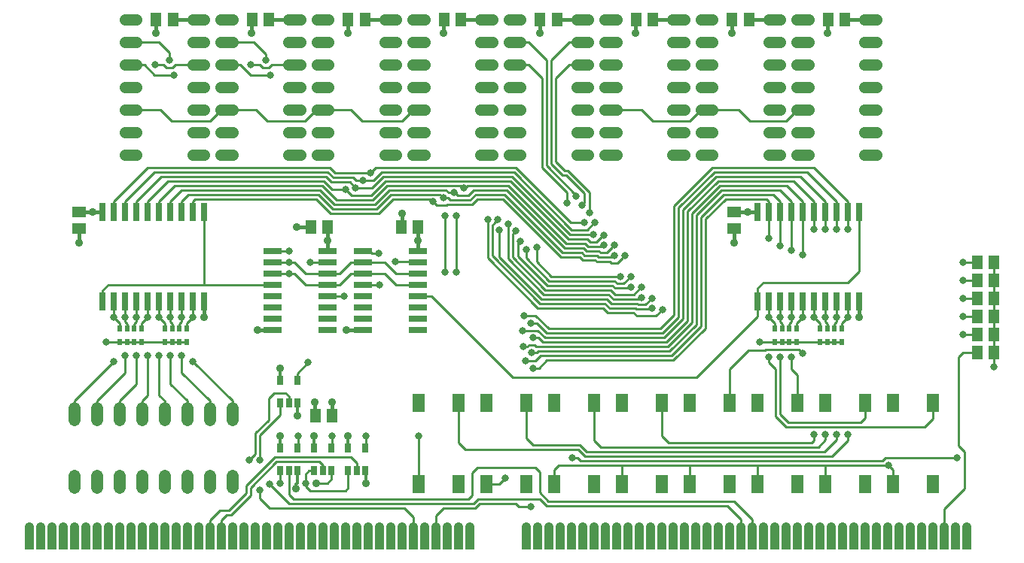
<source format=gbr>
G04 EAGLE Gerber RS-274X export*
G75*
%MOMM*%
%FSLAX34Y34*%
%LPD*%
%INTop Copper*%
%IPPOS*%
%AMOC8*
5,1,8,0,0,1.08239X$1,22.5*%
G01*
%ADD10R,0.690000X0.990000*%
%ADD11R,0.660400X2.032000*%
%ADD12R,2.032000X0.660400*%
%ADD13R,1.300000X1.500000*%
%ADD14R,0.500000X0.800000*%
%ADD15C,1.041400*%
%ADD16R,1.041400X2.032000*%
%ADD17C,1.320800*%
%ADD18R,1.397000X2.108200*%
%ADD19C,1.308000*%
%ADD20R,1.500000X1.300000*%
%ADD21C,0.381000*%
%ADD22C,0.906400*%
%ADD23C,0.304800*%
%ADD24C,0.254000*%
%ADD25C,0.806400*%


D10*
X346100Y164900D03*
X355600Y164900D03*
X365100Y164900D03*
X365100Y190800D03*
X346100Y190800D03*
D11*
X882650Y279908D03*
X895350Y279908D03*
X908050Y279908D03*
X920750Y279908D03*
X933450Y279908D03*
X946150Y279908D03*
X958850Y279908D03*
X971550Y279908D03*
X971550Y380492D03*
X958850Y380492D03*
X946150Y380492D03*
X933450Y380492D03*
X920750Y380492D03*
X908050Y380492D03*
X895350Y380492D03*
X882650Y380492D03*
X984250Y279908D03*
X996950Y279908D03*
X984250Y380492D03*
X996950Y380492D03*
D10*
X384200Y88700D03*
X393700Y88700D03*
X403200Y88700D03*
X403200Y114600D03*
X384200Y114600D03*
X346100Y88700D03*
X355600Y88700D03*
X365100Y88700D03*
X365100Y114600D03*
X346100Y114600D03*
X422300Y88700D03*
X431800Y88700D03*
X441300Y88700D03*
X441300Y114600D03*
X422300Y114600D03*
D12*
X337566Y336550D03*
X399034Y336550D03*
X337566Y323850D03*
X337566Y311150D03*
X399034Y323850D03*
X399034Y311150D03*
X337566Y298450D03*
X399034Y298450D03*
X337566Y285750D03*
X399034Y285750D03*
X337566Y273050D03*
X337566Y260350D03*
X399034Y273050D03*
X399034Y260350D03*
X337566Y247650D03*
X399034Y247650D03*
X439166Y336550D03*
X500634Y336550D03*
X439166Y323850D03*
X439166Y311150D03*
X500634Y323850D03*
X500634Y311150D03*
X439166Y298450D03*
X500634Y298450D03*
X439166Y285750D03*
X500634Y285750D03*
X439166Y273050D03*
X439166Y260350D03*
X500634Y273050D03*
X500634Y260350D03*
X439166Y247650D03*
X500634Y247650D03*
D11*
X146050Y279908D03*
X158750Y279908D03*
X171450Y279908D03*
X184150Y279908D03*
X196850Y279908D03*
X209550Y279908D03*
X222250Y279908D03*
X234950Y279908D03*
X234950Y380492D03*
X222250Y380492D03*
X209550Y380492D03*
X196850Y380492D03*
X184150Y380492D03*
X171450Y380492D03*
X158750Y380492D03*
X146050Y380492D03*
X247650Y279908D03*
X260350Y279908D03*
X247650Y380492D03*
X260350Y380492D03*
D13*
X1148690Y323850D03*
X1129690Y323850D03*
D14*
X165800Y233800D03*
X173800Y233800D03*
X181800Y233800D03*
X189800Y233800D03*
X189800Y248800D03*
X181800Y248800D03*
X173800Y248800D03*
X165800Y248800D03*
X216600Y233800D03*
X224600Y233800D03*
X232600Y233800D03*
X240600Y233800D03*
X240600Y248800D03*
X232600Y248800D03*
X224600Y248800D03*
X216600Y248800D03*
X902400Y233800D03*
X910400Y233800D03*
X918400Y233800D03*
X926400Y233800D03*
X926400Y248800D03*
X918400Y248800D03*
X910400Y248800D03*
X902400Y248800D03*
X953200Y233800D03*
X961200Y233800D03*
X969200Y233800D03*
X977200Y233800D03*
X977200Y248800D03*
X969200Y248800D03*
X961200Y248800D03*
X953200Y248800D03*
D15*
X63500Y25400D02*
X63500Y14986D01*
D16*
X63500Y10160D03*
D15*
X76200Y14986D02*
X76200Y25400D01*
D16*
X76200Y10160D03*
D15*
X88900Y14986D02*
X88900Y25400D01*
D16*
X88900Y10160D03*
D15*
X101600Y14986D02*
X101600Y25400D01*
D16*
X101600Y10160D03*
D15*
X114300Y14986D02*
X114300Y25400D01*
D16*
X114300Y10160D03*
D15*
X127000Y14986D02*
X127000Y25400D01*
D16*
X127000Y10160D03*
D15*
X139700Y14986D02*
X139700Y25400D01*
D16*
X139700Y10160D03*
D15*
X152400Y14986D02*
X152400Y25400D01*
D16*
X152400Y10160D03*
D15*
X165100Y14986D02*
X165100Y25400D01*
D16*
X165100Y10160D03*
D15*
X177800Y14986D02*
X177800Y25400D01*
D16*
X177800Y10160D03*
D15*
X190500Y14986D02*
X190500Y25400D01*
D16*
X190500Y10160D03*
D15*
X203200Y14986D02*
X203200Y25400D01*
D16*
X203200Y10160D03*
D15*
X215900Y14986D02*
X215900Y25400D01*
D16*
X215900Y10160D03*
D15*
X228600Y14986D02*
X228600Y25400D01*
D16*
X228600Y10160D03*
D15*
X241300Y14986D02*
X241300Y25400D01*
D16*
X241300Y10160D03*
D15*
X254000Y14986D02*
X254000Y25400D01*
D16*
X254000Y10160D03*
D15*
X266700Y14986D02*
X266700Y25400D01*
D16*
X266700Y10160D03*
D15*
X279400Y14986D02*
X279400Y25400D01*
D16*
X279400Y10160D03*
D15*
X292100Y14986D02*
X292100Y25400D01*
D16*
X292100Y10160D03*
D15*
X304800Y14986D02*
X304800Y25400D01*
D16*
X304800Y10160D03*
D15*
X317500Y14986D02*
X317500Y25400D01*
D16*
X317500Y10160D03*
D15*
X330200Y14986D02*
X330200Y25400D01*
D16*
X330200Y10160D03*
D15*
X342900Y14986D02*
X342900Y25400D01*
D16*
X342900Y10160D03*
D15*
X355600Y14986D02*
X355600Y25400D01*
D16*
X355600Y10160D03*
D15*
X368300Y14986D02*
X368300Y25400D01*
D16*
X368300Y10160D03*
D15*
X381000Y14986D02*
X381000Y25400D01*
D16*
X381000Y10160D03*
D15*
X393700Y14986D02*
X393700Y25400D01*
D16*
X393700Y10160D03*
D15*
X406400Y14986D02*
X406400Y25400D01*
D16*
X406400Y10160D03*
D15*
X419100Y14986D02*
X419100Y25400D01*
D16*
X419100Y10160D03*
D15*
X431800Y14986D02*
X431800Y25400D01*
D16*
X431800Y10160D03*
D15*
X444500Y14986D02*
X444500Y25400D01*
D16*
X444500Y10160D03*
D15*
X457200Y14986D02*
X457200Y25400D01*
D16*
X457200Y10160D03*
D15*
X469900Y14986D02*
X469900Y25400D01*
D16*
X469900Y10160D03*
D15*
X482600Y14986D02*
X482600Y25400D01*
D16*
X482600Y10160D03*
D15*
X495300Y14986D02*
X495300Y25400D01*
D16*
X495300Y10160D03*
D15*
X508000Y14986D02*
X508000Y25400D01*
D16*
X508000Y10160D03*
D15*
X520700Y14986D02*
X520700Y25400D01*
D16*
X520700Y10160D03*
D15*
X533400Y14986D02*
X533400Y25400D01*
D16*
X533400Y10160D03*
D15*
X546100Y14986D02*
X546100Y25400D01*
D16*
X546100Y10160D03*
D15*
X558800Y14986D02*
X558800Y25400D01*
D16*
X558800Y10160D03*
D15*
X622300Y14986D02*
X622300Y25400D01*
D16*
X622300Y10160D03*
D15*
X635000Y14986D02*
X635000Y25400D01*
D16*
X635000Y10160D03*
D15*
X647700Y14986D02*
X647700Y25400D01*
D16*
X647700Y10160D03*
D15*
X660400Y14986D02*
X660400Y25400D01*
D16*
X660400Y10160D03*
D15*
X673100Y14986D02*
X673100Y25400D01*
D16*
X673100Y10160D03*
D15*
X685800Y14986D02*
X685800Y25400D01*
D16*
X685800Y10160D03*
D15*
X698500Y14986D02*
X698500Y25400D01*
D16*
X698500Y10160D03*
D15*
X711200Y14986D02*
X711200Y25400D01*
D16*
X711200Y10160D03*
D15*
X723900Y14986D02*
X723900Y25400D01*
D16*
X723900Y10160D03*
D15*
X736600Y14986D02*
X736600Y25400D01*
D16*
X736600Y10160D03*
D15*
X749300Y14986D02*
X749300Y25400D01*
D16*
X749300Y10160D03*
D15*
X762000Y14986D02*
X762000Y25400D01*
D16*
X762000Y10160D03*
D15*
X774700Y14986D02*
X774700Y25400D01*
D16*
X774700Y10160D03*
D15*
X787400Y14986D02*
X787400Y25400D01*
D16*
X787400Y10160D03*
D15*
X800100Y14986D02*
X800100Y25400D01*
D16*
X800100Y10160D03*
D15*
X812800Y14986D02*
X812800Y25400D01*
D16*
X812800Y10160D03*
D15*
X825500Y14986D02*
X825500Y25400D01*
D16*
X825500Y10160D03*
D15*
X838200Y14986D02*
X838200Y25400D01*
D16*
X838200Y10160D03*
D15*
X850900Y14986D02*
X850900Y25400D01*
D16*
X850900Y10160D03*
D15*
X863600Y14986D02*
X863600Y25400D01*
D16*
X863600Y10160D03*
D15*
X876300Y14986D02*
X876300Y25400D01*
D16*
X876300Y10160D03*
D15*
X889000Y14986D02*
X889000Y25400D01*
D16*
X889000Y10160D03*
D15*
X901700Y14986D02*
X901700Y25400D01*
D16*
X901700Y10160D03*
D15*
X914400Y14986D02*
X914400Y25400D01*
D16*
X914400Y10160D03*
D15*
X927100Y14986D02*
X927100Y25400D01*
D16*
X927100Y10160D03*
D15*
X939800Y14986D02*
X939800Y25400D01*
D16*
X939800Y10160D03*
D15*
X952500Y14986D02*
X952500Y25400D01*
D16*
X952500Y10160D03*
D15*
X965200Y14986D02*
X965200Y25400D01*
D16*
X965200Y10160D03*
D15*
X977900Y14986D02*
X977900Y25400D01*
D16*
X977900Y10160D03*
D15*
X990600Y14986D02*
X990600Y25400D01*
D16*
X990600Y10160D03*
D15*
X1003300Y14986D02*
X1003300Y25400D01*
D16*
X1003300Y10160D03*
D15*
X1016000Y14986D02*
X1016000Y25400D01*
D16*
X1016000Y10160D03*
D15*
X1028700Y14986D02*
X1028700Y25400D01*
D16*
X1028700Y10160D03*
D15*
X1041400Y14986D02*
X1041400Y25400D01*
D16*
X1041400Y10160D03*
D15*
X1054100Y14986D02*
X1054100Y25400D01*
D16*
X1054100Y10160D03*
D15*
X1066800Y14986D02*
X1066800Y25400D01*
D16*
X1066800Y10160D03*
D15*
X1079500Y14986D02*
X1079500Y25400D01*
D16*
X1079500Y10160D03*
D15*
X1092200Y14986D02*
X1092200Y25400D01*
D16*
X1092200Y10160D03*
D15*
X1104900Y14986D02*
X1104900Y25400D01*
D16*
X1104900Y10160D03*
D15*
X1117600Y14986D02*
X1117600Y25400D01*
D16*
X1117600Y10160D03*
D17*
X114300Y69596D02*
X114300Y82804D01*
X139700Y82804D02*
X139700Y69596D01*
X266700Y69596D02*
X266700Y82804D01*
X292100Y82804D02*
X292100Y69596D01*
X165100Y69596D02*
X165100Y82804D01*
X190500Y82804D02*
X190500Y69596D01*
X241300Y69596D02*
X241300Y82804D01*
X215900Y82804D02*
X215900Y69596D01*
X292100Y145796D02*
X292100Y159004D01*
X266700Y159004D02*
X266700Y145796D01*
X241300Y145796D02*
X241300Y159004D01*
X215900Y159004D02*
X215900Y145796D01*
X190500Y145796D02*
X190500Y159004D01*
X165100Y159004D02*
X165100Y145796D01*
X139700Y145796D02*
X139700Y159004D01*
X114300Y159004D02*
X114300Y145796D01*
D18*
X501500Y74100D03*
X546100Y74100D03*
X501500Y165100D03*
X546100Y165100D03*
X577700Y74100D03*
X622300Y74100D03*
X577700Y165100D03*
X622300Y165100D03*
X653900Y74100D03*
X698500Y74100D03*
X653900Y165100D03*
X698500Y165100D03*
X730100Y74100D03*
X774700Y74100D03*
X730100Y165100D03*
X774700Y165100D03*
X806300Y74100D03*
X850900Y74100D03*
X806300Y165100D03*
X850900Y165100D03*
X882500Y74100D03*
X927100Y74100D03*
X882500Y165100D03*
X927100Y165100D03*
X958700Y74100D03*
X1003300Y74100D03*
X958700Y165100D03*
X1003300Y165100D03*
X1034900Y74100D03*
X1079500Y74100D03*
X1034900Y165100D03*
X1079500Y165100D03*
D19*
X184340Y596900D02*
X171260Y596900D01*
X171260Y571500D02*
X184340Y571500D01*
X184340Y546100D02*
X171260Y546100D01*
X171260Y520700D02*
X184340Y520700D01*
X184340Y495300D02*
X171260Y495300D01*
X171260Y444500D02*
X184340Y444500D01*
X247460Y444500D02*
X260540Y444500D01*
X260540Y495300D02*
X247460Y495300D01*
X247460Y546100D02*
X260540Y546100D01*
X260540Y571500D02*
X247460Y571500D01*
X247460Y596900D02*
X260540Y596900D01*
X184340Y469900D02*
X171260Y469900D01*
X247460Y469900D02*
X260540Y469900D01*
X260540Y520700D02*
X247460Y520700D01*
X279210Y596900D02*
X292290Y596900D01*
X292290Y571500D02*
X279210Y571500D01*
X279210Y546100D02*
X292290Y546100D01*
X292290Y520700D02*
X279210Y520700D01*
X279210Y495300D02*
X292290Y495300D01*
X292290Y444500D02*
X279210Y444500D01*
X355410Y444500D02*
X368490Y444500D01*
X368490Y495300D02*
X355410Y495300D01*
X355410Y546100D02*
X368490Y546100D01*
X368490Y571500D02*
X355410Y571500D01*
X355410Y596900D02*
X368490Y596900D01*
X292290Y469900D02*
X279210Y469900D01*
X355410Y469900D02*
X368490Y469900D01*
X368490Y520700D02*
X355410Y520700D01*
X387160Y596900D02*
X400240Y596900D01*
X400240Y571500D02*
X387160Y571500D01*
X387160Y546100D02*
X400240Y546100D01*
X400240Y520700D02*
X387160Y520700D01*
X387160Y495300D02*
X400240Y495300D01*
X400240Y444500D02*
X387160Y444500D01*
X463360Y444500D02*
X476440Y444500D01*
X476440Y495300D02*
X463360Y495300D01*
X463360Y546100D02*
X476440Y546100D01*
X476440Y571500D02*
X463360Y571500D01*
X463360Y596900D02*
X476440Y596900D01*
X400240Y469900D02*
X387160Y469900D01*
X463360Y469900D02*
X476440Y469900D01*
X476440Y520700D02*
X463360Y520700D01*
X495110Y596900D02*
X508190Y596900D01*
X508190Y571500D02*
X495110Y571500D01*
X495110Y546100D02*
X508190Y546100D01*
X508190Y520700D02*
X495110Y520700D01*
X495110Y495300D02*
X508190Y495300D01*
X508190Y444500D02*
X495110Y444500D01*
X571310Y444500D02*
X584390Y444500D01*
X584390Y495300D02*
X571310Y495300D01*
X571310Y546100D02*
X584390Y546100D01*
X584390Y571500D02*
X571310Y571500D01*
X571310Y596900D02*
X584390Y596900D01*
X508190Y469900D02*
X495110Y469900D01*
X571310Y469900D02*
X584390Y469900D01*
X584390Y520700D02*
X571310Y520700D01*
X603060Y596900D02*
X616140Y596900D01*
X616140Y571500D02*
X603060Y571500D01*
X603060Y546100D02*
X616140Y546100D01*
X616140Y520700D02*
X603060Y520700D01*
X603060Y495300D02*
X616140Y495300D01*
X616140Y444500D02*
X603060Y444500D01*
X679260Y444500D02*
X692340Y444500D01*
X692340Y495300D02*
X679260Y495300D01*
X679260Y546100D02*
X692340Y546100D01*
X692340Y571500D02*
X679260Y571500D01*
X679260Y596900D02*
X692340Y596900D01*
X616140Y469900D02*
X603060Y469900D01*
X679260Y469900D02*
X692340Y469900D01*
X692340Y520700D02*
X679260Y520700D01*
X711010Y596900D02*
X724090Y596900D01*
X724090Y571500D02*
X711010Y571500D01*
X711010Y546100D02*
X724090Y546100D01*
X724090Y520700D02*
X711010Y520700D01*
X711010Y495300D02*
X724090Y495300D01*
X724090Y444500D02*
X711010Y444500D01*
X787210Y444500D02*
X800290Y444500D01*
X800290Y495300D02*
X787210Y495300D01*
X787210Y546100D02*
X800290Y546100D01*
X800290Y571500D02*
X787210Y571500D01*
X787210Y596900D02*
X800290Y596900D01*
X724090Y469900D02*
X711010Y469900D01*
X787210Y469900D02*
X800290Y469900D01*
X800290Y520700D02*
X787210Y520700D01*
X818960Y596900D02*
X832040Y596900D01*
X832040Y571500D02*
X818960Y571500D01*
X818960Y546100D02*
X832040Y546100D01*
X832040Y520700D02*
X818960Y520700D01*
X818960Y495300D02*
X832040Y495300D01*
X832040Y444500D02*
X818960Y444500D01*
X895160Y444500D02*
X908240Y444500D01*
X908240Y495300D02*
X895160Y495300D01*
X895160Y546100D02*
X908240Y546100D01*
X908240Y571500D02*
X895160Y571500D01*
X895160Y596900D02*
X908240Y596900D01*
X832040Y469900D02*
X818960Y469900D01*
X895160Y469900D02*
X908240Y469900D01*
X908240Y520700D02*
X895160Y520700D01*
X926910Y596900D02*
X939990Y596900D01*
X939990Y571500D02*
X926910Y571500D01*
X926910Y546100D02*
X939990Y546100D01*
X939990Y520700D02*
X926910Y520700D01*
X926910Y495300D02*
X939990Y495300D01*
X939990Y444500D02*
X926910Y444500D01*
X1003110Y444500D02*
X1016190Y444500D01*
X1016190Y495300D02*
X1003110Y495300D01*
X1003110Y546100D02*
X1016190Y546100D01*
X1016190Y571500D02*
X1003110Y571500D01*
X1003110Y596900D02*
X1016190Y596900D01*
X939990Y469900D02*
X926910Y469900D01*
X1003110Y469900D02*
X1016190Y469900D01*
X1016190Y520700D02*
X1003110Y520700D01*
D13*
X385470Y151130D03*
X404470Y151130D03*
X399390Y363220D03*
X380390Y363220D03*
X500990Y363220D03*
X481990Y363220D03*
D20*
X119380Y380340D03*
X119380Y361340D03*
X855980Y380340D03*
X855980Y361340D03*
D13*
X225400Y596900D03*
X206400Y596900D03*
X333350Y596900D03*
X314350Y596900D03*
X441300Y596900D03*
X422300Y596900D03*
X549250Y596900D03*
X530250Y596900D03*
X657200Y596900D03*
X638200Y596900D03*
X765150Y596900D03*
X746150Y596900D03*
X873100Y596900D03*
X854100Y596900D03*
X981050Y596900D03*
X962050Y596900D03*
X1148690Y303530D03*
X1129690Y303530D03*
X1148690Y283210D03*
X1129690Y283210D03*
X1148690Y262890D03*
X1129690Y262890D03*
X1148690Y242570D03*
X1129690Y242570D03*
X1148690Y222250D03*
X1129690Y222250D03*
D21*
X260350Y261620D02*
X260350Y279908D01*
D22*
X260350Y261620D03*
D21*
X320040Y247650D02*
X337566Y247650D01*
D22*
X320040Y247650D03*
D21*
X420370Y247650D02*
X439166Y247650D01*
D22*
X420370Y247650D03*
D21*
X996950Y261620D02*
X996950Y279908D01*
D22*
X996950Y261620D03*
D23*
X365100Y164900D02*
X365100Y151740D01*
D24*
X365100Y151130D01*
D22*
X365100Y151130D03*
X404470Y166370D03*
D21*
X404470Y151130D01*
D22*
X482600Y378460D03*
X364490Y363220D03*
D21*
X380390Y363220D01*
X481990Y363220D02*
X482600Y363830D01*
X482600Y378460D01*
D22*
X205740Y581660D03*
X313690Y581660D03*
X421640Y581660D03*
X529590Y581660D03*
X637540Y581660D03*
X745490Y581660D03*
X853440Y581660D03*
X961390Y581660D03*
D21*
X961390Y596240D02*
X962050Y596900D01*
X961390Y596240D02*
X961390Y581660D01*
X854100Y596900D02*
X853440Y596240D01*
X853440Y581660D01*
X746150Y596900D02*
X745490Y596240D01*
X745490Y581660D01*
X638200Y596900D02*
X637540Y596240D01*
X637540Y581660D01*
X530250Y596900D02*
X529590Y596240D01*
X529590Y581660D01*
X422300Y596900D02*
X421640Y596240D01*
X421640Y581660D01*
X314350Y596900D02*
X313690Y596240D01*
X313690Y581660D01*
X206400Y596900D02*
X205740Y596240D01*
X205740Y581660D01*
D22*
X119380Y345440D03*
D21*
X119380Y361340D01*
D22*
X855980Y345440D03*
D21*
X855980Y361340D01*
D24*
X1148690Y262890D02*
X1148690Y242570D01*
X1148690Y262890D02*
X1148690Y283210D01*
X1148690Y303530D01*
X1148690Y323850D01*
X1148690Y242570D02*
X1148690Y227940D01*
X1148690Y222250D01*
D25*
X1148690Y205740D03*
D24*
X1035050Y90170D02*
X1029970Y95250D01*
X1035050Y90170D02*
X1035050Y74250D01*
X1034900Y74100D01*
X882650Y95250D02*
X806450Y95250D01*
X882650Y95250D02*
X958850Y95250D01*
X1029970Y95250D01*
X958700Y95100D02*
X958700Y74100D01*
X958700Y95100D02*
X958850Y95250D01*
X882500Y95100D02*
X882500Y74100D01*
X882500Y95100D02*
X882650Y95250D01*
X806300Y95100D02*
X806300Y74100D01*
X806300Y95100D02*
X806450Y95250D01*
X653900Y90020D02*
X653900Y74100D01*
X653900Y90020D02*
X659130Y95250D01*
D25*
X1029970Y95250D03*
D24*
X592266Y74100D02*
X577700Y74100D01*
X592266Y74100D02*
X598898Y80732D01*
D25*
X598898Y80732D03*
D24*
X501500Y74100D02*
X501500Y127572D01*
X501650Y127722D01*
D25*
X501650Y127722D03*
D23*
X441960Y88040D02*
X441300Y88700D01*
X441960Y88040D02*
X441960Y74208D01*
D22*
X441960Y74208D03*
D24*
X403200Y79350D02*
X403200Y88700D01*
X403200Y79350D02*
X398780Y74930D01*
X386080Y74930D01*
D22*
X386080Y74930D03*
D23*
X365100Y74818D02*
X365100Y88700D01*
X365100Y74818D02*
X363942Y73660D01*
X363942Y68580D01*
D22*
X363942Y68580D03*
D24*
X659130Y95250D02*
X730250Y95250D01*
X806450Y95250D01*
X730100Y95100D02*
X730100Y74100D01*
X730100Y95100D02*
X730250Y95250D01*
X1148690Y205740D02*
X1148690Y222250D01*
D21*
X254000Y596900D02*
X225400Y596900D01*
X333350Y596900D02*
X361950Y596900D01*
X441300Y596900D02*
X469900Y596900D01*
X549250Y596900D02*
X577850Y596900D01*
X657200Y596900D02*
X685800Y596900D01*
X765150Y596900D02*
X793750Y596900D01*
X873100Y596900D02*
X901700Y596900D01*
X981050Y596900D02*
X1009650Y596900D01*
D24*
X165800Y233800D02*
X149980Y233800D01*
X149860Y233800D01*
D25*
X149860Y233800D03*
D24*
X165800Y233800D02*
X173800Y233800D01*
X181800Y233800D01*
X189800Y233800D01*
X216600Y233800D01*
X224600Y233800D01*
X232600Y233800D01*
X240600Y233800D01*
X885310Y233800D02*
X902400Y233800D01*
X885310Y233800D02*
X885190Y233800D01*
D25*
X885190Y233800D03*
D24*
X902400Y233800D02*
X910400Y233800D01*
X918400Y233800D01*
X926400Y233800D01*
X953200Y233800D01*
X961200Y233800D01*
X969200Y233800D01*
X977200Y233800D01*
D21*
X882650Y380492D02*
X871982Y380492D01*
X871220Y380492D01*
D22*
X871220Y380492D03*
D21*
X856132Y380492D01*
X855980Y380340D01*
X146050Y380492D02*
X135382Y380492D01*
X134620Y380492D01*
D22*
X134620Y380492D03*
D21*
X119532Y380492D01*
X119380Y380340D01*
D23*
X346100Y203860D02*
X346100Y190800D01*
D24*
X346100Y203860D02*
X346100Y204470D01*
D22*
X346100Y204470D03*
D23*
X346100Y127660D02*
X346100Y114600D01*
D24*
X346100Y127660D02*
X346100Y128270D01*
D22*
X346100Y128270D03*
D23*
X384200Y127660D02*
X384200Y114600D01*
D24*
X384200Y127660D02*
X384200Y128270D01*
D22*
X384200Y128270D03*
D23*
X422300Y127660D02*
X422300Y114600D01*
D24*
X422300Y127660D02*
X422300Y128270D01*
D22*
X422300Y128270D03*
X384810Y166370D03*
D21*
X384810Y151790D02*
X385470Y151130D01*
X384810Y151790D02*
X384810Y166370D01*
X399034Y336550D02*
X398780Y336804D01*
X398780Y347980D01*
D22*
X398780Y347980D03*
D21*
X398780Y362610D02*
X399390Y363220D01*
X398780Y362610D02*
X398780Y347980D01*
X500380Y336804D02*
X500634Y336550D01*
X500380Y336804D02*
X500380Y347980D01*
D22*
X500380Y347980D03*
D21*
X500380Y362610D02*
X500990Y363220D01*
X500380Y362610D02*
X500380Y347980D01*
D24*
X495300Y36830D02*
X495300Y25400D01*
X495300Y36830D02*
X485140Y46990D01*
X422300Y69240D02*
X422300Y88700D01*
X422300Y69240D02*
X419100Y66040D01*
X379363Y66040D01*
X346100Y88700D02*
X345440Y88040D01*
X345440Y74930D01*
D25*
X345440Y74930D03*
X323302Y66762D03*
D24*
X323302Y57698D01*
X334010Y46990D01*
X485140Y46990D01*
X374476Y70927D02*
X374476Y74930D01*
D25*
X374476Y74930D03*
D24*
X374476Y70927D02*
X379363Y66040D01*
X378260Y88700D02*
X384200Y88700D01*
X374476Y84916D02*
X374476Y74930D01*
X374476Y84916D02*
X378260Y88700D01*
D25*
X323196Y100878D03*
D24*
X323196Y128886D01*
X346100Y151790D02*
X346100Y164900D01*
X346100Y151790D02*
X323196Y128886D01*
X266700Y33020D02*
X266700Y25400D01*
X278130Y44450D02*
X288290Y44450D01*
X278130Y44450D02*
X266700Y33020D01*
X307340Y71954D02*
X339526Y104140D01*
X431800Y97790D02*
X431800Y88700D01*
X307340Y63500D02*
X288290Y44450D01*
X307340Y63500D02*
X307340Y71954D01*
X339526Y104140D02*
X425450Y104140D01*
X431800Y97790D01*
X279400Y33020D02*
X279400Y25400D01*
X279400Y33020D02*
X285750Y39370D01*
X290830Y39370D01*
X312420Y69850D02*
X341630Y99060D01*
X389890Y99060D01*
X393700Y95250D02*
X393700Y88700D01*
X312420Y60960D02*
X290830Y39370D01*
X312420Y60960D02*
X312420Y69850D01*
X389890Y99060D02*
X393700Y95250D01*
X876300Y34290D02*
X876300Y25400D01*
X876300Y34290D02*
X855980Y54610D01*
X637540Y87630D02*
X632460Y92710D01*
X567690Y92710D01*
X561340Y60960D02*
X557530Y57150D01*
X647264Y54610D02*
X855980Y54610D01*
X647264Y54610D02*
X637540Y64334D01*
X637540Y87630D01*
X567690Y92710D02*
X561340Y86360D01*
X561340Y60960D01*
X360680Y57150D02*
X355600Y62230D01*
X355600Y88700D01*
X360680Y57150D02*
X557530Y57150D01*
X863600Y34290D02*
X863600Y25400D01*
X863600Y34290D02*
X848360Y49530D01*
X568298Y57145D02*
X563223Y52070D01*
X645160Y49530D02*
X848360Y49530D01*
X645160Y49530D02*
X637545Y57145D01*
X568298Y57145D01*
X355600Y52070D02*
X333559Y74111D01*
D25*
X333559Y74111D03*
X311150Y100878D03*
D24*
X355600Y52070D02*
X563223Y52070D01*
X339090Y176530D02*
X332740Y170180D01*
X339090Y176530D02*
X351790Y176530D01*
X355600Y172720D02*
X355600Y164900D01*
X332740Y170180D02*
X332740Y145614D01*
X355600Y172720D02*
X351790Y176530D01*
X318116Y107844D02*
X311150Y100878D01*
X318116Y107844D02*
X318116Y130991D01*
X332740Y145614D01*
X441300Y114600D02*
X441960Y115260D01*
X441960Y128270D01*
D25*
X441960Y128270D03*
X475164Y324034D03*
D24*
X500450Y324034D01*
X500634Y323850D01*
X403860Y115260D02*
X403200Y114600D01*
X403860Y115260D02*
X403860Y128270D01*
D25*
X403860Y128270D03*
X457054Y333864D03*
D24*
X449434Y333864D01*
X446747Y336550D01*
X439166Y336550D01*
X365760Y115260D02*
X365100Y114600D01*
X365760Y115260D02*
X365760Y128270D01*
D25*
X365760Y128270D03*
X355600Y336550D03*
D24*
X337566Y336550D01*
X365100Y198556D02*
X365100Y190800D01*
X365100Y198556D02*
X377364Y210820D01*
D25*
X377364Y210820D03*
X379730Y323850D03*
D24*
X399034Y323850D01*
X361950Y323850D02*
X355600Y323850D01*
X361950Y323850D02*
X374650Y311150D01*
X399034Y311150D01*
X439166Y323850D02*
X463550Y323850D01*
X476250Y311150D01*
X500634Y311150D01*
X412750Y311150D02*
X399034Y311150D01*
X412750Y311150D02*
X425450Y323850D01*
X439166Y323850D01*
X355600Y323850D02*
X337566Y323850D01*
D25*
X355600Y323850D03*
D24*
X355600Y311150D02*
X361950Y311150D01*
X374650Y298450D01*
X399034Y298450D01*
X439166Y311150D02*
X463550Y311150D01*
X476250Y298450D01*
X500634Y298450D01*
X412750Y298450D02*
X399034Y298450D01*
X412750Y298450D02*
X425450Y311150D01*
X439166Y311150D01*
X355600Y311150D02*
X337566Y311150D01*
D25*
X355600Y311150D03*
D24*
X240600Y254570D02*
X240600Y248800D01*
X240600Y254570D02*
X247650Y261620D01*
D25*
X247650Y261620D03*
D24*
X247650Y279908D01*
X292100Y167640D02*
X292100Y152400D01*
X292100Y167640D02*
X247650Y212090D01*
D25*
X247650Y212090D03*
D24*
X232600Y248800D02*
X232600Y254190D01*
X234950Y256540D01*
X234950Y261620D01*
D25*
X234950Y261620D03*
D24*
X234950Y279908D01*
X266700Y167640D02*
X266700Y152400D01*
X266700Y167640D02*
X234950Y199390D01*
X234950Y218440D01*
D25*
X234950Y218440D03*
D24*
X224600Y248800D02*
X224600Y254190D01*
X222250Y256540D01*
X222250Y261620D01*
D25*
X222250Y261620D03*
D24*
X222250Y279908D01*
X241300Y167640D02*
X241300Y152400D01*
X241300Y167640D02*
X222250Y186690D01*
X222250Y218440D01*
D25*
X222250Y218440D03*
D24*
X216600Y248800D02*
X216600Y254570D01*
X209550Y261620D01*
D25*
X209550Y261620D03*
D24*
X209550Y279908D01*
X215900Y167640D02*
X215900Y152400D01*
X215900Y167640D02*
X209550Y173990D01*
X209550Y218440D01*
D25*
X209550Y218440D03*
D24*
X189800Y248800D02*
X189800Y254570D01*
X196850Y261620D01*
D25*
X196850Y261620D03*
D24*
X196850Y279908D01*
X190500Y167640D02*
X190500Y152400D01*
X190500Y167640D02*
X196850Y173990D01*
X196850Y218440D01*
D25*
X196850Y218440D03*
D24*
X181800Y248800D02*
X181800Y254190D01*
X184150Y256540D01*
X184150Y261620D01*
D25*
X184150Y261620D03*
D24*
X184150Y279908D01*
X165100Y167640D02*
X165100Y152400D01*
X165100Y167640D02*
X184150Y186690D01*
X184150Y218440D01*
D25*
X184150Y218440D03*
D24*
X173800Y248800D02*
X173800Y254190D01*
X171450Y256540D01*
X171450Y261620D01*
D25*
X171450Y261620D03*
D24*
X171450Y279908D01*
X139700Y167640D02*
X139700Y152400D01*
X139700Y167640D02*
X171450Y199390D01*
X171450Y218440D01*
D25*
X171450Y218440D03*
D24*
X165800Y248800D02*
X165800Y254570D01*
X158750Y261620D01*
D25*
X158750Y261620D03*
D24*
X158750Y279908D01*
X114300Y167640D02*
X114300Y152400D01*
X114300Y167640D02*
X158750Y212090D01*
D25*
X158750Y212090D03*
D24*
X902400Y248800D02*
X902400Y254570D01*
X895350Y261620D01*
D25*
X895350Y261620D03*
D24*
X895350Y279908D01*
D25*
X895350Y217170D03*
D24*
X1079500Y165100D02*
X1079500Y147320D01*
X914836Y138430D02*
X902970Y150296D01*
X902970Y203200D02*
X895350Y210820D01*
X895350Y217170D01*
X1070610Y138430D02*
X1079500Y147320D01*
X1070610Y138430D02*
X914836Y138430D01*
X902970Y150296D02*
X902970Y203200D01*
X910400Y248800D02*
X910400Y254190D01*
X908050Y256540D01*
X908050Y261620D01*
D25*
X908050Y261620D03*
D24*
X908050Y279908D01*
D25*
X908050Y217170D03*
D24*
X1003300Y165100D02*
X1003300Y148590D01*
X998220Y143510D01*
X916940Y143510D01*
X908050Y152400D01*
X908050Y217170D01*
X918400Y248800D02*
X918400Y254190D01*
X920750Y256540D01*
X920750Y261620D01*
D25*
X920750Y261620D03*
D24*
X920750Y279908D01*
D25*
X920750Y217170D03*
D24*
X927100Y196850D02*
X927100Y165100D01*
X927100Y196850D02*
X920750Y203200D01*
X920750Y217170D01*
X953200Y248800D02*
X953200Y254570D01*
X946150Y261620D01*
D25*
X946150Y261620D03*
D24*
X946150Y279908D01*
D25*
X946150Y129540D03*
D24*
X774700Y128270D02*
X774700Y165100D01*
X774700Y128270D02*
X782320Y120650D01*
X943610Y120650D01*
X946150Y123190D01*
X946150Y129540D01*
X882650Y279908D02*
X882650Y294640D01*
X889000Y300990D01*
X984250Y300990D02*
X996950Y313690D01*
X996950Y380492D01*
X984250Y300990D02*
X889000Y300990D01*
X515620Y285750D02*
X500634Y285750D01*
X515620Y285750D02*
X607060Y194310D01*
X814070Y194310D01*
X882650Y262890D01*
X882650Y279908D01*
D25*
X752204Y284116D03*
D24*
X750131Y284116D01*
X748329Y282314D01*
X720588Y282314D02*
X715352Y287549D01*
X720588Y282314D02*
X748329Y282314D01*
X602242Y327361D02*
X602242Y366869D01*
D25*
X602242Y366869D03*
D24*
X642054Y287549D02*
X715352Y287549D01*
X642054Y287549D02*
X602242Y327361D01*
D25*
X312968Y546100D03*
D24*
X322935Y546100D01*
X326197Y542838D01*
X333107Y542838D01*
X336369Y546100D01*
X361950Y546100D01*
D25*
X763808Y283210D03*
D24*
X748749Y275774D02*
X747289Y277234D01*
X756372Y275774D02*
X763808Y283210D01*
X756372Y275774D02*
X748749Y275774D01*
X718483Y277234D02*
X713248Y282469D01*
X718483Y277234D02*
X747289Y277234D01*
X592542Y329877D02*
X592542Y360158D01*
D25*
X592542Y360158D03*
D24*
X639949Y282469D02*
X713248Y282469D01*
X639949Y282469D02*
X592542Y329877D01*
D25*
X764001Y271606D03*
D24*
X761928Y271606D01*
X761016Y270694D01*
X746644Y270694D01*
X745184Y272154D01*
X716379Y272154D02*
X711144Y277389D01*
X716379Y272154D02*
X745184Y272154D01*
X637845Y277389D02*
X584200Y331034D01*
D25*
X590724Y371762D03*
D24*
X584200Y365045D02*
X584200Y331034D01*
X584200Y365045D02*
X587462Y368307D01*
X587462Y368500D01*
X590724Y371762D01*
X637845Y277389D02*
X711144Y277389D01*
D25*
X329652Y551180D03*
D24*
X329652Y558078D01*
X316230Y571500D01*
X285750Y571500D01*
D25*
X775605Y270510D03*
D24*
X768359Y263264D01*
X746890Y263264D01*
X743080Y267074D01*
X714275Y267074D02*
X709040Y272309D01*
X714275Y267074D02*
X743080Y267074D01*
X579120Y328930D02*
X579120Y371762D01*
D25*
X579120Y371762D03*
D24*
X635741Y272309D02*
X709040Y272309D01*
X635741Y272309D02*
X579120Y328930D01*
D25*
X334732Y534496D03*
D24*
X312594Y534496D01*
X300990Y546100D01*
X285750Y546100D01*
X393700Y495300D02*
X425450Y495300D01*
X495300Y495300D02*
X501650Y495300D01*
X438150Y482600D02*
X425450Y495300D01*
X438150Y482600D02*
X482600Y482600D01*
X495300Y495300D01*
D25*
X417830Y285750D03*
X530860Y312420D03*
D24*
X530860Y376294D01*
D25*
X530860Y376294D03*
D24*
X210820Y495300D02*
X177800Y495300D01*
X210820Y495300D02*
X223520Y482600D01*
X266700Y482600D02*
X279400Y495300D01*
X285750Y495300D01*
X266700Y482600D02*
X223520Y482600D01*
X285750Y495300D02*
X318770Y495300D01*
X331470Y482600D01*
X373380Y482600D02*
X386080Y495300D01*
X393700Y495300D01*
X373380Y482600D02*
X331470Y482600D01*
X399034Y285750D02*
X417830Y285750D01*
X825500Y495300D02*
X861060Y495300D01*
X873760Y482600D01*
X914400Y482600D02*
X927100Y495300D01*
X933450Y495300D01*
X914400Y482600D02*
X873760Y482600D01*
D25*
X457200Y298450D03*
X543560Y312420D03*
D24*
X543560Y376294D01*
D25*
X543560Y376294D03*
D24*
X717550Y495300D02*
X751840Y495300D01*
X764540Y482600D01*
X819150Y495300D02*
X825500Y495300D01*
X806450Y482600D02*
X764540Y482600D01*
X806450Y482600D02*
X819150Y495300D01*
X457200Y298450D02*
X439166Y298450D01*
D25*
X687792Y368692D03*
D24*
X672708Y368692D01*
X610870Y430530D01*
X196850Y430530D02*
X158750Y392430D01*
X158750Y380492D01*
D25*
X447040Y424180D03*
D24*
X453390Y430530D02*
X610870Y430530D01*
X453390Y430530D02*
X447040Y424180D01*
X407670Y424180D01*
X401320Y430530D01*
X196850Y430530D01*
D25*
X699396Y368300D03*
D24*
X699198Y368300D01*
X691247Y360350D01*
X673866Y360350D01*
X608766Y425450D01*
X204470Y425450D02*
X171450Y392430D01*
X171450Y380492D01*
X450495Y415838D02*
X460107Y425450D01*
D25*
X438835Y415838D03*
D24*
X460107Y425450D02*
X608766Y425450D01*
X450495Y415838D02*
X438835Y415838D01*
X431252Y415838D01*
X427990Y419100D01*
X405566Y419100D02*
X399216Y425450D01*
X405566Y419100D02*
X427990Y419100D01*
X399216Y425450D02*
X204470Y425450D01*
D25*
X697952Y355059D03*
D24*
X671973Y355059D01*
X606662Y420370D01*
X212090Y420370D02*
X184150Y392430D01*
X184150Y380492D01*
X449338Y407496D02*
X462212Y420370D01*
X606662Y420370D01*
D25*
X430766Y407496D03*
D24*
X449338Y407496D01*
X430766Y407496D02*
X424242Y414020D01*
X403462Y414020D02*
X397112Y420370D01*
X212090Y420370D01*
X403462Y414020D02*
X424242Y414020D01*
D25*
X709556Y354330D03*
D24*
X701407Y346717D02*
X694497Y346717D01*
X691235Y349979D01*
X709021Y354330D02*
X709556Y354330D01*
X709021Y354330D02*
X701407Y346717D01*
X669869Y349979D02*
X604557Y415290D01*
X669869Y349979D02*
X691235Y349979D01*
X219710Y415290D02*
X196850Y392430D01*
X196850Y380492D01*
D25*
X419162Y405678D03*
D24*
X419517Y405678D01*
X426041Y399154D01*
X448180Y399154D02*
X464316Y415290D01*
X448180Y399154D02*
X426041Y399154D01*
X464316Y415290D02*
X604557Y415290D01*
X419162Y405678D02*
X404619Y405678D01*
X395007Y415290D01*
X219710Y415290D01*
D25*
X709749Y342726D03*
D24*
X708653Y341630D01*
X692399Y341630D02*
X689130Y344899D01*
X667764Y344899D02*
X602627Y410036D01*
X692399Y341630D02*
X708653Y341630D01*
X689130Y344899D02*
X667764Y344899D01*
X227330Y410210D02*
X209550Y392430D01*
X209550Y380492D01*
X556808Y410036D02*
X602627Y410036D01*
X556808Y410036D02*
X553720Y406948D01*
X552450Y406948D01*
D25*
X552450Y406948D03*
D24*
X466420Y410210D02*
X450284Y394074D01*
X409039Y394074D01*
X392903Y410210D01*
X227330Y410210D01*
X551180Y406948D02*
X552450Y406948D01*
X551180Y406948D02*
X547918Y410210D01*
X466420Y410210D01*
D25*
X721353Y342900D03*
D24*
X719361Y340541D02*
X713205Y334384D01*
X706294Y334384D01*
X704128Y336550D01*
X719361Y340541D02*
X719361Y340908D01*
X721353Y342900D01*
X690295Y336550D02*
X687026Y339819D01*
X690295Y336550D02*
X704128Y336550D01*
X687026Y339819D02*
X665660Y339819D01*
X234950Y405130D02*
X222250Y392430D01*
X222250Y380492D01*
D25*
X541119Y401868D03*
D24*
X535392Y401868D01*
X532130Y405130D01*
X468524Y405130D02*
X452388Y388994D01*
X468524Y405130D02*
X532130Y405130D01*
X406935Y388994D02*
X390799Y405130D01*
X234950Y405130D01*
X406935Y388994D02*
X452388Y388994D01*
X545651Y398606D02*
X557356Y398606D01*
X545651Y398606D02*
X542389Y401868D01*
X541119Y401868D01*
X600523Y404956D02*
X665660Y339819D01*
X600523Y404956D02*
X563706Y404956D01*
X557356Y398606D01*
D25*
X721724Y331106D03*
D24*
X719922Y329304D01*
X704190Y329304D02*
X702024Y331470D01*
X688191Y331470D02*
X684922Y334739D01*
X663556Y334739D01*
X704190Y329304D02*
X719922Y329304D01*
X702024Y331470D02*
X688191Y331470D01*
X242570Y400050D02*
X234950Y392430D01*
X234950Y380492D01*
D25*
X529406Y396056D03*
D24*
X525413Y400050D01*
X470629Y400050D02*
X454493Y383914D01*
X404831Y383914D01*
X388695Y400050D01*
X242570Y400050D01*
X470629Y400050D02*
X525413Y400050D01*
X559460Y393526D02*
X565810Y399876D01*
X537017Y393526D02*
X534486Y396056D01*
X529406Y396056D01*
X598419Y399876D02*
X663556Y334739D01*
X598419Y399876D02*
X565810Y399876D01*
X559460Y393526D02*
X537017Y393526D01*
D25*
X733328Y331470D03*
D24*
X731336Y328921D02*
X725179Y322764D01*
X718269Y322764D01*
X716809Y324224D01*
X731336Y328921D02*
X731336Y329478D01*
X733328Y331470D01*
X702086Y324224D02*
X699920Y326390D01*
X686086Y326390D02*
X682818Y329659D01*
X661452Y329659D01*
X702086Y324224D02*
X716809Y324224D01*
X699920Y326390D02*
X686086Y326390D01*
X250190Y394970D02*
X247650Y392430D01*
X247650Y380492D01*
D25*
X517802Y391708D03*
D24*
X532862Y387714D02*
X533593Y388446D01*
X532862Y387714D02*
X521796Y387714D01*
X517802Y391708D01*
X516532Y391708D01*
X513270Y394970D01*
X472733Y394970D02*
X456597Y378834D01*
X402726Y378834D01*
X386590Y394970D01*
X250190Y394970D01*
X472733Y394970D02*
X513270Y394970D01*
X561565Y388446D02*
X567915Y394796D01*
X596314Y394796D02*
X661452Y329659D01*
X596314Y394796D02*
X567915Y394796D01*
X561565Y388446D02*
X533593Y388446D01*
D25*
X728432Y307869D03*
X634330Y340341D03*
X205018Y546100D03*
D24*
X214985Y546100D01*
X218247Y542838D01*
X225157Y542838D01*
X228419Y546100D01*
X254000Y546100D01*
X650471Y307869D02*
X728432Y307869D01*
X650471Y307869D02*
X634330Y324009D01*
X634330Y340341D01*
D25*
X740036Y307340D03*
D24*
X724977Y299527D02*
X721715Y302789D01*
X732223Y299527D02*
X740036Y307340D01*
X732223Y299527D02*
X724977Y299527D01*
D25*
X622726Y338122D03*
D24*
X648366Y302789D02*
X721715Y302789D01*
X648366Y302789D02*
X622726Y328429D01*
X622726Y338122D01*
D25*
X740229Y295736D03*
D24*
X738156Y295736D01*
X736867Y294447D01*
X722823Y294447D01*
X719561Y297709D01*
X646262Y297709D02*
X613591Y330381D01*
X613591Y345397D01*
X615664Y347470D01*
D25*
X615664Y347470D03*
D24*
X646262Y297709D02*
X719561Y297709D01*
D25*
X221702Y551180D03*
D24*
X221702Y559348D01*
X209550Y571500D01*
X177800Y571500D01*
D25*
X751833Y295910D03*
D24*
X749841Y293918D01*
X749841Y293551D01*
X743685Y287394D01*
X722692Y287394D02*
X717457Y292629D01*
X722692Y287394D02*
X743685Y287394D01*
X717457Y292629D02*
X661670Y292629D01*
X644158Y292629D01*
X607322Y329465D01*
X607322Y355538D01*
X610584Y358800D01*
D25*
X610584Y358800D03*
X226782Y534496D03*
D24*
X204644Y534496D01*
X193040Y546100D01*
X177800Y546100D01*
D25*
X668394Y390631D03*
D24*
X668394Y402253D01*
X640080Y530860D02*
X624840Y546100D01*
X609600Y546100D01*
X640080Y430567D02*
X668394Y402253D01*
X640080Y430567D02*
X640080Y530860D01*
D25*
X678554Y398425D03*
D24*
X678554Y399278D01*
X645160Y432672D01*
X645160Y551180D02*
X624840Y571500D01*
X609600Y571500D01*
X645160Y551180D02*
X645160Y432672D01*
D25*
X685078Y388072D03*
D24*
X687618Y390612D02*
X687618Y401208D01*
X687618Y390612D02*
X685078Y388072D01*
X687618Y401208D02*
X667186Y421640D01*
X663376Y421640D01*
X650240Y434776D02*
X650240Y551180D01*
X670560Y571500D01*
X685800Y571500D01*
X650240Y434776D02*
X663376Y421640D01*
D25*
X693420Y379730D03*
D24*
X693420Y402590D01*
X665480Y426720D02*
X655320Y436880D01*
X669290Y426720D02*
X693420Y402590D01*
X669290Y426720D02*
X665480Y426720D01*
X655320Y436880D02*
X655320Y530860D01*
X670560Y546100D01*
X685800Y546100D01*
D25*
X630468Y204470D03*
D24*
X636818Y204470D02*
X645708Y213360D01*
X636818Y204470D02*
X630468Y204470D01*
X788160Y213360D02*
X824230Y249430D01*
X788160Y213360D02*
X645708Y213360D01*
X824230Y249430D02*
X824230Y372546D01*
X846654Y394970D01*
X892810Y394970D02*
X895350Y392430D01*
X895350Y380492D01*
X892810Y394970D02*
X846654Y394970D01*
D25*
X895350Y350520D03*
D24*
X895350Y380492D01*
D25*
X621989Y212401D03*
D24*
X626602Y212401D01*
X627013Y212812D01*
X632896Y212812D01*
X638524Y218440D01*
X786056Y218440D02*
X819150Y251535D01*
X786056Y218440D02*
X638524Y218440D01*
X819150Y374650D02*
X844550Y400050D01*
X819150Y374650D02*
X819150Y251535D01*
X908050Y392430D02*
X900430Y400050D01*
X908050Y392430D02*
X908050Y380492D01*
X900430Y400050D02*
X844550Y400050D01*
D25*
X908050Y342178D03*
D24*
X908050Y380492D01*
D25*
X628909Y221892D03*
D24*
X634792Y221892D01*
X636420Y223520D01*
X783951Y223520D02*
X814070Y253639D01*
X783951Y223520D02*
X636420Y223520D01*
X814070Y376829D02*
X842371Y405130D01*
X814070Y376829D02*
X814070Y253639D01*
X920750Y392430D02*
X908050Y405130D01*
X920750Y392430D02*
X920750Y380492D01*
X908050Y405130D02*
X842371Y405130D01*
D25*
X920750Y337098D03*
D24*
X920750Y380492D01*
D25*
X619691Y229085D03*
D24*
X624304Y229085D01*
X625453Y230234D01*
X632364Y230234D02*
X633998Y228600D01*
X632364Y230234D02*
X625453Y230234D01*
X781847Y228600D02*
X808990Y255743D01*
X781847Y228600D02*
X633998Y228600D01*
X808990Y378933D02*
X840267Y410210D01*
X808990Y378933D02*
X808990Y255743D01*
X933450Y392430D02*
X915670Y410210D01*
X933450Y392430D02*
X933450Y380492D01*
X915670Y410210D02*
X840267Y410210D01*
D25*
X933450Y332018D03*
D24*
X933450Y380492D01*
D25*
X630468Y238576D03*
D24*
X636454Y238576D01*
X641350Y233680D01*
X779743Y233680D02*
X803910Y257847D01*
X779743Y233680D02*
X641350Y233680D01*
X803910Y381037D02*
X838163Y415290D01*
X803910Y381037D02*
X803910Y257847D01*
X946150Y392430D02*
X923290Y415290D01*
X946150Y392430D02*
X946150Y380492D01*
X923290Y415290D02*
X838163Y415290D01*
D25*
X946150Y360680D03*
D24*
X946150Y380492D01*
D25*
X618490Y246918D03*
D24*
X635296Y246918D01*
X643454Y238760D01*
X777639Y238760D02*
X798830Y259952D01*
X777639Y238760D02*
X643454Y238760D01*
X798830Y383142D02*
X836059Y420370D01*
X798830Y383142D02*
X798830Y259952D01*
X958850Y392430D02*
X930910Y420370D01*
X958850Y392430D02*
X958850Y380492D01*
X930910Y420370D02*
X836059Y420370D01*
D25*
X958850Y360680D03*
D24*
X958850Y380492D01*
D25*
X628170Y255260D03*
D24*
X634138Y255260D01*
X645559Y243840D01*
X775534Y243840D02*
X793750Y262056D01*
X793750Y385246D02*
X833954Y425450D01*
X775534Y243840D02*
X645559Y243840D01*
X793750Y262056D02*
X793750Y385246D01*
X938530Y425450D02*
X971550Y392430D01*
X971550Y382270D01*
X971550Y380492D01*
X938530Y425450D02*
X833954Y425450D01*
D25*
X971550Y360680D03*
D24*
X971550Y382270D01*
D25*
X619760Y263602D03*
D24*
X632981Y263602D01*
X647663Y248920D01*
X773430Y248920D02*
X788670Y264160D01*
X773430Y248920D02*
X647663Y248920D01*
X788670Y264160D02*
X788670Y387350D01*
X831850Y430530D01*
X946150Y430530D02*
X984250Y392430D01*
X984250Y380492D01*
X946150Y430530D02*
X831850Y430530D01*
D25*
X984250Y360680D03*
D24*
X984250Y380492D01*
X1113790Y323850D02*
X1129690Y323850D01*
D25*
X1113790Y323850D03*
D24*
X1113790Y303530D02*
X1129690Y303530D01*
D25*
X1113790Y303530D03*
D24*
X1113790Y283210D02*
X1129690Y283210D01*
D25*
X1113790Y283210D03*
D24*
X1113790Y262890D02*
X1129690Y262890D01*
D25*
X1113790Y262890D03*
D24*
X1113790Y242570D02*
X1129690Y242570D01*
D25*
X1113790Y242570D03*
D24*
X520700Y38100D02*
X520700Y25400D01*
X520700Y38100D02*
X529590Y46990D01*
X565328Y46990D01*
X570403Y52065D02*
X610698Y52065D01*
X570403Y52065D02*
X565328Y46990D01*
X613960Y48803D02*
X627740Y48803D01*
D25*
X627740Y48803D03*
X674370Y103592D03*
D24*
X679998Y103592D01*
X683260Y100330D01*
D25*
X1106892Y103592D03*
D24*
X1026515Y103592D02*
X1023253Y100330D01*
X613960Y48803D02*
X610698Y52065D01*
X683260Y100330D02*
X1023253Y100330D01*
X1026515Y103592D02*
X1106892Y103592D01*
X337566Y298450D02*
X260350Y298450D01*
X152400Y298450D01*
X146050Y292100D01*
X146050Y279908D01*
X260350Y298450D02*
X260350Y380492D01*
X926400Y254570D02*
X926400Y248800D01*
X926400Y254570D02*
X933450Y261620D01*
D25*
X933450Y261620D03*
D24*
X933450Y279908D01*
D25*
X933450Y220830D03*
D24*
X850900Y203200D02*
X850900Y165100D01*
X872490Y224790D02*
X891173Y224790D01*
X891895Y225512D01*
X928768Y225512D02*
X933450Y220830D01*
X872490Y224790D02*
X850900Y203200D01*
X891895Y225512D02*
X928768Y225512D01*
X961200Y248800D02*
X961200Y254190D01*
X958850Y256540D01*
X958850Y261620D01*
D25*
X958850Y261620D03*
D24*
X958850Y279908D01*
D25*
X958850Y129540D03*
D24*
X698500Y123190D02*
X698500Y165100D01*
X698500Y123190D02*
X706120Y115570D01*
X950794Y115570D02*
X958850Y123626D01*
X958850Y129540D01*
X950794Y115570D02*
X706120Y115570D01*
X969200Y248800D02*
X969200Y254190D01*
X971550Y256540D01*
X971550Y261620D01*
D25*
X971550Y261620D03*
D24*
X971550Y279908D01*
D25*
X971550Y129540D03*
D24*
X971550Y124062D02*
X957979Y110490D01*
X971550Y124062D02*
X971550Y129540D01*
X690444Y110490D02*
X682824Y118110D01*
X629920Y118110D02*
X622300Y125730D01*
X690444Y110490D02*
X957979Y110490D01*
X682824Y118110D02*
X629920Y118110D01*
X622300Y125730D02*
X622300Y165100D01*
X977200Y248800D02*
X977200Y254570D01*
X984250Y261620D01*
D25*
X984250Y261620D03*
D24*
X984250Y279908D01*
D25*
X984250Y129540D03*
D24*
X984250Y123190D02*
X966470Y105410D01*
X984250Y123190D02*
X984250Y129540D01*
X680720Y113030D02*
X553720Y113030D01*
X546100Y120650D01*
X688340Y105410D02*
X966470Y105410D01*
X688340Y105410D02*
X680720Y113030D01*
X546100Y120650D02*
X546100Y165100D01*
X1092200Y45720D02*
X1092200Y25400D01*
X1115234Y68754D02*
X1115234Y110316D01*
X1108710Y116840D01*
X1108710Y217170D01*
X1113790Y222250D01*
X1129690Y222250D01*
X1115234Y68754D02*
X1092200Y45720D01*
M02*

</source>
